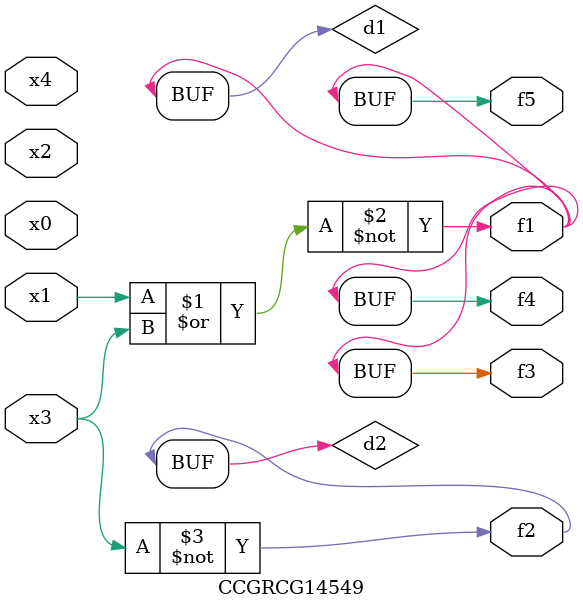
<source format=v>
module CCGRCG14549(
	input x0, x1, x2, x3, x4,
	output f1, f2, f3, f4, f5
);

	wire d1, d2;

	nor (d1, x1, x3);
	not (d2, x3);
	assign f1 = d1;
	assign f2 = d2;
	assign f3 = d1;
	assign f4 = d1;
	assign f5 = d1;
endmodule

</source>
